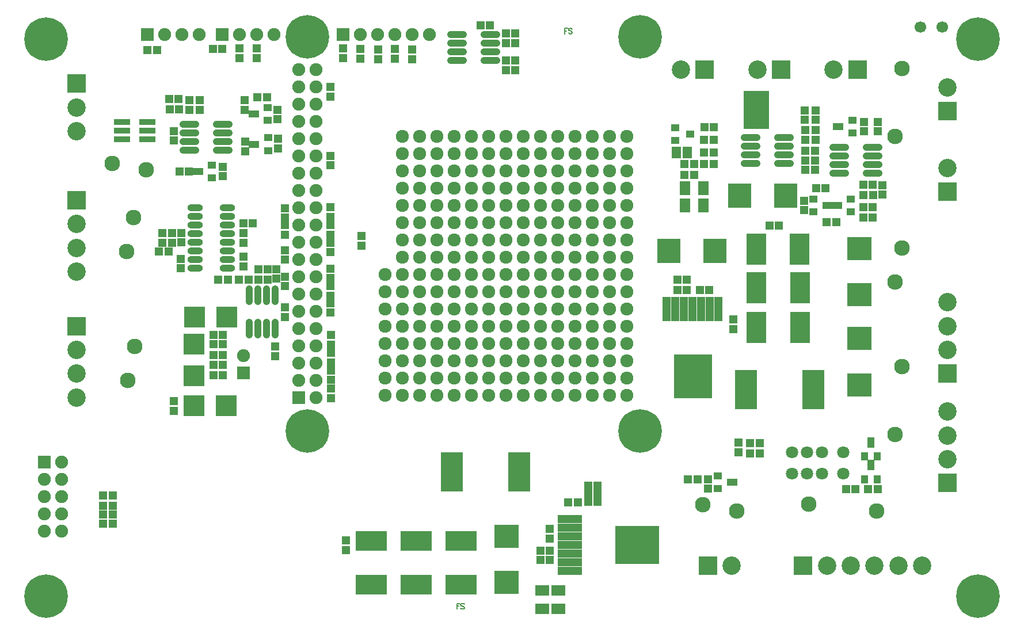
<source format=gts>
G04*
G04 #@! TF.GenerationSoftware,Altium Limited,Altium Designer,19.1.7 (138)*
G04*
G04 Layer_Color=8388736*
%FSLAX44Y44*%
%MOMM*%
G71*
G01*
G75*
%ADD14C,0.2000*%
%ADD19R,6.4000X5.6000*%
%ADD20R,5.6000X6.4000*%
%ADD45R,1.3000X1.2000*%
%ADD46R,1.2000X1.3000*%
%ADD47O,2.9000X1.1000*%
%ADD48R,3.0162X3.1432*%
%ADD49R,3.3000X5.8000*%
%ADD50R,3.6000X3.4000*%
%ADD51R,2.1000X1.5000*%
%ADD52R,3.6000X1.3000*%
%ADD53R,1.0500X1.3000*%
%ADD54R,1.0500X1.5000*%
%ADD55R,3.4000X3.6000*%
%ADD56R,3.0000X4.6000*%
%ADD57R,1.3000X1.0500*%
%ADD58R,1.5000X1.0500*%
%ADD59R,1.5000X2.1000*%
%ADD60R,1.4000X1.7000*%
%ADD61R,1.2500X1.0000*%
%ADD62R,1.9500X5.6000*%
%ADD63R,1.3000X3.6000*%
%ADD64R,4.6000X3.0000*%
%ADD65O,1.1000X2.9000*%
%ADD66O,2.3000X1.0000*%
%ADD67R,3.1432X3.0162*%
%ADD68R,2.4000X0.9300*%
%ADD69C,1.9000*%
%ADD70R,1.9000X1.9000*%
%ADD71C,2.3000*%
%ADD72C,1.9240*%
%ADD73C,2.7000*%
%ADD74R,2.7000X2.7000*%
%ADD75R,2.7000X2.7000*%
%ADD76C,1.8000*%
%ADD77C,1.7000*%
%ADD78C,6.4000*%
%ADD79R,1.9000X1.9000*%
D14*
X797560Y870328D02*
Y862330D01*
Y870328D02*
X802511D01*
X797560Y866520D02*
X800607D01*
X808758Y869186D02*
X807996Y869947D01*
X806853Y870328D01*
X805330D01*
X804187Y869947D01*
X803425Y869186D01*
Y868424D01*
X803806Y867662D01*
X804187Y867281D01*
X804949Y866900D01*
X807234Y866139D01*
X807996Y865758D01*
X808377Y865377D01*
X808758Y864615D01*
Y863473D01*
X807996Y862711D01*
X806853Y862330D01*
X805330D01*
X804187Y862711D01*
X803425Y863473D01*
X639000Y23998D02*
Y16000D01*
Y23998D02*
X643951D01*
X639000Y20190D02*
X642047D01*
X650198Y22856D02*
X649436Y23617D01*
X648293Y23998D01*
X646770D01*
X645627Y23617D01*
X644865Y22856D01*
Y22094D01*
X645246Y21332D01*
X645627Y20951D01*
X646389Y20570D01*
X648674Y19809D01*
X649436Y19428D01*
X649817Y19047D01*
X650198Y18285D01*
Y17143D01*
X649436Y16381D01*
X648293Y16000D01*
X646770D01*
X645627Y16381D01*
X644865Y17143D01*
D19*
X904000Y110100D02*
D03*
D20*
X986107Y358500D02*
D03*
D45*
X711700Y863048D02*
D03*
Y849048D02*
D03*
X724700Y823048D02*
D03*
Y809048D02*
D03*
X711700Y823048D02*
D03*
Y809048D02*
D03*
X724700Y849052D02*
D03*
Y863052D02*
D03*
X499000Y551002D02*
D03*
Y565002D02*
D03*
X454250Y340498D02*
D03*
Y326498D02*
D03*
X776000Y101998D02*
D03*
Y87998D02*
D03*
X476000Y103002D02*
D03*
Y117002D02*
D03*
X762000Y101998D02*
D03*
Y87998D02*
D03*
X776000Y133998D02*
D03*
Y119998D02*
D03*
X1046000Y442002D02*
D03*
Y428002D02*
D03*
X1151000Y750002D02*
D03*
Y736002D02*
D03*
X1053000Y246998D02*
D03*
Y260998D02*
D03*
X1265008Y625773D02*
D03*
Y639773D02*
D03*
X1151301Y676299D02*
D03*
Y690299D02*
D03*
X1166301Y676299D02*
D03*
Y690299D02*
D03*
X1150252Y602999D02*
D03*
Y616999D02*
D03*
X1167125Y750002D02*
D03*
Y736002D02*
D03*
X1167125Y706498D02*
D03*
Y720498D02*
D03*
X1151301Y720502D02*
D03*
Y706502D02*
D03*
X1258000Y718999D02*
D03*
Y732999D02*
D03*
X1008500Y207002D02*
D03*
Y193002D02*
D03*
X1238000Y718999D02*
D03*
Y732999D02*
D03*
X223000Y307999D02*
D03*
Y321999D02*
D03*
X206000Y554998D02*
D03*
Y568998D02*
D03*
X233500Y555398D02*
D03*
Y569398D02*
D03*
X327000Y750800D02*
D03*
Y764800D02*
D03*
X375500Y736600D02*
D03*
Y750600D02*
D03*
X260500Y764502D02*
D03*
Y750502D02*
D03*
X328000Y703552D02*
D03*
Y689552D02*
D03*
X294500Y652999D02*
D03*
Y666998D02*
D03*
X233000Y517400D02*
D03*
Y531400D02*
D03*
X325500Y554997D02*
D03*
Y568997D02*
D03*
X325500Y534502D02*
D03*
Y520502D02*
D03*
X472000Y841002D02*
D03*
Y827002D02*
D03*
X245300Y750498D02*
D03*
Y764498D02*
D03*
X223000Y719502D02*
D03*
Y705502D02*
D03*
X454250Y405002D02*
D03*
Y419002D02*
D03*
X453000Y682998D02*
D03*
Y668998D02*
D03*
X454250Y353002D02*
D03*
Y367002D02*
D03*
X386000Y530002D02*
D03*
Y544002D02*
D03*
X372000Y388098D02*
D03*
Y402098D02*
D03*
X376000Y707998D02*
D03*
Y693998D02*
D03*
X454250Y379002D02*
D03*
Y393002D02*
D03*
X386000Y446002D02*
D03*
Y460002D02*
D03*
X453000Y452052D02*
D03*
Y466052D02*
D03*
X319000Y827002D02*
D03*
Y841002D02*
D03*
X497150Y826000D02*
D03*
Y840000D02*
D03*
X523000Y825002D02*
D03*
Y839002D02*
D03*
X547800Y826002D02*
D03*
Y840002D02*
D03*
X573200Y825002D02*
D03*
Y839002D02*
D03*
X453000Y580998D02*
D03*
Y566998D02*
D03*
Y555000D02*
D03*
Y541000D02*
D03*
Y606998D02*
D03*
Y592998D02*
D03*
X386051Y605998D02*
D03*
Y591998D02*
D03*
X453000Y503000D02*
D03*
Y517000D02*
D03*
X386500Y504998D02*
D03*
Y490998D02*
D03*
X453000Y783998D02*
D03*
Y769998D02*
D03*
X386000Y580998D02*
D03*
Y566998D02*
D03*
X453000Y477002D02*
D03*
Y491002D02*
D03*
X220000Y555002D02*
D03*
Y569002D02*
D03*
X373897Y515998D02*
D03*
Y501998D02*
D03*
X344702Y827002D02*
D03*
Y841002D02*
D03*
D46*
X673702Y875050D02*
D03*
X687702D02*
D03*
X338998Y583250D02*
D03*
X324998D02*
D03*
X280998Y375000D02*
D03*
X294998D02*
D03*
X816998Y173000D02*
D03*
X802998D02*
D03*
X831998Y197500D02*
D03*
X845998D02*
D03*
X831998Y185500D02*
D03*
X845998D02*
D03*
X846002Y173500D02*
D03*
X832002D02*
D03*
X1113001Y580000D02*
D03*
X1099001D02*
D03*
X1236998Y640000D02*
D03*
X1250998D02*
D03*
X988002Y670950D02*
D03*
X974002D02*
D03*
X1070500Y260400D02*
D03*
X1084500D02*
D03*
X1070500Y245000D02*
D03*
X1084500D02*
D03*
X996250Y485487D02*
D03*
X1010250D02*
D03*
X1237498Y625000D02*
D03*
X1251498D02*
D03*
X963298Y500488D02*
D03*
X977298D02*
D03*
X963298Y485488D02*
D03*
X977298D02*
D03*
X1151748Y662000D02*
D03*
X1165748D02*
D03*
X1182998Y585500D02*
D03*
X1196998D02*
D03*
X1167569Y635000D02*
D03*
X1181569D02*
D03*
X1237040Y592000D02*
D03*
X1251040D02*
D03*
X1016960Y688001D02*
D03*
X1002960D02*
D03*
X1016960Y706001D02*
D03*
X1002960D02*
D03*
X1237040Y607500D02*
D03*
X1251040D02*
D03*
X1017252Y725000D02*
D03*
X1003252D02*
D03*
X1017001Y671000D02*
D03*
X1003001D02*
D03*
X988002Y655000D02*
D03*
X974002D02*
D03*
X993001Y207000D02*
D03*
X979001D02*
D03*
X1225501Y192500D02*
D03*
X1211502D02*
D03*
X1243998Y192500D02*
D03*
X1257998D02*
D03*
X280998Y419000D02*
D03*
X294998D02*
D03*
X346998Y516000D02*
D03*
X360998D02*
D03*
X280998Y405995D02*
D03*
X294998D02*
D03*
X346998Y501000D02*
D03*
X360998D02*
D03*
X280998Y360000D02*
D03*
X294998D02*
D03*
X280998Y390000D02*
D03*
X294998D02*
D03*
X345998Y768750D02*
D03*
X359998D02*
D03*
X215998Y766302D02*
D03*
X229998D02*
D03*
X216498Y751250D02*
D03*
X230498D02*
D03*
X332502Y501000D02*
D03*
X318502D02*
D03*
X230998Y660000D02*
D03*
X244998D02*
D03*
X288001Y501000D02*
D03*
X302001D02*
D03*
X184000Y838200D02*
D03*
X198000D02*
D03*
X214998Y542500D02*
D03*
X200998D02*
D03*
X132998Y168000D02*
D03*
X118998D02*
D03*
X132998Y183000D02*
D03*
X118998D02*
D03*
X132998Y142000D02*
D03*
X118998D02*
D03*
X119002Y155000D02*
D03*
X133002D02*
D03*
X280002Y840000D02*
D03*
X294002D02*
D03*
D47*
X639200Y861100D02*
D03*
Y848400D02*
D03*
Y835700D02*
D03*
Y823000D02*
D03*
X688200Y861100D02*
D03*
Y848400D02*
D03*
Y835700D02*
D03*
Y823000D02*
D03*
X1120500Y671950D02*
D03*
Y684650D02*
D03*
Y697350D02*
D03*
Y710050D02*
D03*
X1071500Y671950D02*
D03*
Y684650D02*
D03*
Y697350D02*
D03*
Y710050D02*
D03*
X1201800Y695349D02*
D03*
Y682649D02*
D03*
Y669949D02*
D03*
Y657249D02*
D03*
X1250800Y695349D02*
D03*
Y682649D02*
D03*
Y669949D02*
D03*
Y657249D02*
D03*
X246000Y729050D02*
D03*
Y716350D02*
D03*
Y703650D02*
D03*
Y690950D02*
D03*
X295000Y729050D02*
D03*
Y716350D02*
D03*
Y703650D02*
D03*
Y690950D02*
D03*
D48*
X253505Y446000D02*
D03*
X300495D02*
D03*
X299495Y315000D02*
D03*
X252505D02*
D03*
D49*
X731000Y218000D02*
D03*
X632000D02*
D03*
X1163094Y339000D02*
D03*
X1064094D02*
D03*
D50*
X712000Y123000D02*
D03*
Y55000D02*
D03*
X1231000Y346000D02*
D03*
Y414000D02*
D03*
X1231340Y478500D02*
D03*
Y546500D02*
D03*
D51*
X765000Y43500D02*
D03*
Y16500D02*
D03*
X788000D02*
D03*
Y43500D02*
D03*
D52*
X805000Y148100D02*
D03*
Y135400D02*
D03*
Y122700D02*
D03*
Y110000D02*
D03*
Y97300D02*
D03*
Y84600D02*
D03*
Y71900D02*
D03*
D53*
X1238500Y240625D02*
D03*
X1257500D02*
D03*
X1257500Y207125D02*
D03*
X1238500D02*
D03*
D54*
X1248000Y261375D02*
D03*
X1248000Y227875D02*
D03*
D55*
X951000Y543000D02*
D03*
X1019000D02*
D03*
X1055000Y624373D02*
D03*
X1123000D02*
D03*
D56*
X1080000Y430000D02*
D03*
X1144000D02*
D03*
X1079499Y545751D02*
D03*
X1143500D02*
D03*
X1080000Y488500D02*
D03*
X1144000D02*
D03*
D57*
X1220875Y716500D02*
D03*
Y735500D02*
D03*
X1163875Y600500D02*
D03*
Y619500D02*
D03*
X1218875Y619500D02*
D03*
Y600500D02*
D03*
X1023125Y193000D02*
D03*
Y212000D02*
D03*
X360875Y754101D02*
D03*
Y735100D02*
D03*
X278873Y669500D02*
D03*
Y650500D02*
D03*
X361373Y709500D02*
D03*
Y690500D02*
D03*
D58*
X1200125Y726000D02*
D03*
X1184625Y610000D02*
D03*
X1198125Y610000D02*
D03*
X1043875Y202500D02*
D03*
X340125Y744601D02*
D03*
X258123Y660000D02*
D03*
X340623Y700000D02*
D03*
D59*
X1002000Y610000D02*
D03*
X975000D02*
D03*
X1002000Y635000D02*
D03*
X975000D02*
D03*
D60*
X977750Y688001D02*
D03*
X961750D02*
D03*
D61*
X982150Y715000D02*
D03*
X960650Y705500D02*
D03*
Y724500D02*
D03*
D62*
X1070575Y750502D02*
D03*
X1089075D02*
D03*
D63*
X1024100Y457500D02*
D03*
X1011400D02*
D03*
X998700D02*
D03*
X986000D02*
D03*
X973300D02*
D03*
X960600D02*
D03*
X947900D02*
D03*
D64*
X513004Y52001D02*
D03*
Y116001D02*
D03*
X579004Y52001D02*
D03*
Y116001D02*
D03*
X645004Y52001D02*
D03*
Y116001D02*
D03*
D65*
X372050Y477500D02*
D03*
X359350D02*
D03*
X346650D02*
D03*
X333950D02*
D03*
X372050Y428500D02*
D03*
X359350D02*
D03*
X346650D02*
D03*
X333950D02*
D03*
D66*
X301500Y517452D02*
D03*
Y530152D02*
D03*
Y542852D02*
D03*
Y555552D02*
D03*
Y568252D02*
D03*
Y580952D02*
D03*
Y593652D02*
D03*
Y606352D02*
D03*
X254500Y517452D02*
D03*
Y530152D02*
D03*
Y542852D02*
D03*
Y555552D02*
D03*
Y568252D02*
D03*
Y580952D02*
D03*
Y593652D02*
D03*
Y606352D02*
D03*
D67*
X252250Y405995D02*
D03*
Y359005D02*
D03*
D68*
X183600Y732700D02*
D03*
Y720000D02*
D03*
Y707300D02*
D03*
X146400D02*
D03*
Y720000D02*
D03*
Y732700D02*
D03*
D69*
X406300Y809300D02*
D03*
Y783900D02*
D03*
Y758500D02*
D03*
Y733100D02*
D03*
Y707700D02*
D03*
Y682300D02*
D03*
Y656900D02*
D03*
Y631500D02*
D03*
Y606100D02*
D03*
Y580700D02*
D03*
Y555300D02*
D03*
Y529900D02*
D03*
X431700Y809300D02*
D03*
Y783900D02*
D03*
Y758500D02*
D03*
Y733100D02*
D03*
Y707700D02*
D03*
Y682300D02*
D03*
Y656900D02*
D03*
Y631500D02*
D03*
Y606100D02*
D03*
Y580700D02*
D03*
Y555300D02*
D03*
Y529900D02*
D03*
Y326700D02*
D03*
X406300Y352100D02*
D03*
X431700D02*
D03*
X406300Y377500D02*
D03*
X431700D02*
D03*
X406300Y402900D02*
D03*
X431700D02*
D03*
X406300Y428300D02*
D03*
X431700D02*
D03*
X406300Y453700D02*
D03*
X431700D02*
D03*
X406300Y479100D02*
D03*
X431700D02*
D03*
Y504500D02*
D03*
X406300D02*
D03*
X598750Y861504D02*
D03*
X573350D02*
D03*
X547950D02*
D03*
X522550D02*
D03*
X497150D02*
D03*
X209498Y861000D02*
D03*
X234898D02*
D03*
X260298D02*
D03*
X325500Y388700D02*
D03*
X58000Y232600D02*
D03*
X32600Y207200D02*
D03*
X58000D02*
D03*
X32600Y181800D02*
D03*
X58000D02*
D03*
X32600Y156400D02*
D03*
X58000D02*
D03*
X32600Y131000D02*
D03*
X58000D02*
D03*
X370102Y861000D02*
D03*
X344702D02*
D03*
X319302D02*
D03*
D70*
X406300Y326700D02*
D03*
X325500Y363300D02*
D03*
X32600Y232600D02*
D03*
D71*
X163500Y592500D02*
D03*
X153500Y542500D02*
D03*
X1283499Y272800D02*
D03*
X1293499Y372800D02*
D03*
X1001000Y170000D02*
D03*
X1051000Y160000D02*
D03*
X1293500Y811398D02*
D03*
X1283500Y711398D02*
D03*
X1283500Y497500D02*
D03*
X1293500Y547500D02*
D03*
X1156419Y170500D02*
D03*
X1256419Y160500D02*
D03*
X155000Y352500D02*
D03*
X165000Y402500D02*
D03*
X182000Y662000D02*
D03*
X132000Y672000D02*
D03*
D72*
X533400Y330200D02*
D03*
Y355600D02*
D03*
Y406400D02*
D03*
Y508000D02*
D03*
Y482600D02*
D03*
Y457200D02*
D03*
Y431800D02*
D03*
Y381000D02*
D03*
X558800Y635000D02*
D03*
X584200D02*
D03*
X609600D02*
D03*
X635000D02*
D03*
X736600D02*
D03*
X711200D02*
D03*
X685800D02*
D03*
X660400D02*
D03*
X838200D02*
D03*
X812800D02*
D03*
X787400D02*
D03*
X762000D02*
D03*
X863600D02*
D03*
X889000D02*
D03*
Y660400D02*
D03*
X863600D02*
D03*
X762000D02*
D03*
X787400D02*
D03*
X812800D02*
D03*
X838200D02*
D03*
X660400D02*
D03*
X685800D02*
D03*
X711200D02*
D03*
X736600D02*
D03*
X635000D02*
D03*
X609600D02*
D03*
X584200D02*
D03*
X558800D02*
D03*
X889000Y685800D02*
D03*
X863600D02*
D03*
X762000D02*
D03*
X787400D02*
D03*
X812800D02*
D03*
X838200D02*
D03*
X660400D02*
D03*
X685800D02*
D03*
X711200D02*
D03*
X736600D02*
D03*
X635000D02*
D03*
X609600D02*
D03*
X584200D02*
D03*
X558800D02*
D03*
X889000Y711200D02*
D03*
X863600D02*
D03*
X762000D02*
D03*
X787400D02*
D03*
X812800D02*
D03*
X838200D02*
D03*
X660400D02*
D03*
X685800D02*
D03*
X711200D02*
D03*
X736600D02*
D03*
X635000D02*
D03*
X609600D02*
D03*
X584200D02*
D03*
X558800D02*
D03*
Y533400D02*
D03*
X584200D02*
D03*
X609600D02*
D03*
X635000D02*
D03*
X736600D02*
D03*
X711200D02*
D03*
X685800D02*
D03*
X660400D02*
D03*
X838200D02*
D03*
X812800D02*
D03*
X787400D02*
D03*
X762000D02*
D03*
X863600D02*
D03*
X889000D02*
D03*
Y558800D02*
D03*
X863600D02*
D03*
X762000D02*
D03*
X787400D02*
D03*
X812800D02*
D03*
X838200D02*
D03*
X660400D02*
D03*
X685800D02*
D03*
X711200D02*
D03*
X736600D02*
D03*
X635000D02*
D03*
X609600D02*
D03*
X584200D02*
D03*
X558800D02*
D03*
X889000Y584200D02*
D03*
X863600D02*
D03*
X762000D02*
D03*
X787400D02*
D03*
X812800D02*
D03*
X838200D02*
D03*
X660400D02*
D03*
X685800D02*
D03*
X711200D02*
D03*
X736600D02*
D03*
X635000D02*
D03*
X609600D02*
D03*
X584200D02*
D03*
X558800D02*
D03*
X889000Y609600D02*
D03*
X863600D02*
D03*
X762000D02*
D03*
X787400D02*
D03*
X812800D02*
D03*
X838200D02*
D03*
X660400D02*
D03*
X685800D02*
D03*
X711200D02*
D03*
X736600D02*
D03*
X635000D02*
D03*
X609600D02*
D03*
X584200D02*
D03*
X558800D02*
D03*
Y431800D02*
D03*
X584200D02*
D03*
X609600D02*
D03*
X635000D02*
D03*
X736600D02*
D03*
X711200D02*
D03*
X685800D02*
D03*
X660400D02*
D03*
X838200D02*
D03*
X812800D02*
D03*
X787400D02*
D03*
X762000D02*
D03*
X863600D02*
D03*
X889000D02*
D03*
Y457200D02*
D03*
X863600D02*
D03*
X762000D02*
D03*
X787400D02*
D03*
X812800D02*
D03*
X838200D02*
D03*
X660400D02*
D03*
X685800D02*
D03*
X711200D02*
D03*
X736600D02*
D03*
X635000D02*
D03*
X609600D02*
D03*
X584200D02*
D03*
X558800D02*
D03*
X889000Y482600D02*
D03*
X863600D02*
D03*
X762000D02*
D03*
X787400D02*
D03*
X812800D02*
D03*
X838200D02*
D03*
X660400D02*
D03*
X685800D02*
D03*
X711200D02*
D03*
X736600D02*
D03*
X635000D02*
D03*
X609600D02*
D03*
X584200D02*
D03*
X558800D02*
D03*
X889000Y508000D02*
D03*
X863600D02*
D03*
X762000D02*
D03*
X787400D02*
D03*
X812800D02*
D03*
X838200D02*
D03*
X660400D02*
D03*
X685800D02*
D03*
X711200D02*
D03*
X736600D02*
D03*
X635000D02*
D03*
X609600D02*
D03*
X584200D02*
D03*
X558800D02*
D03*
Y406400D02*
D03*
X584200D02*
D03*
X609600D02*
D03*
X635000D02*
D03*
X736600D02*
D03*
X711200D02*
D03*
X685800D02*
D03*
X660400D02*
D03*
X838200D02*
D03*
X812800D02*
D03*
X787400D02*
D03*
X762000D02*
D03*
X863600D02*
D03*
X889000D02*
D03*
X558800Y381000D02*
D03*
X584200D02*
D03*
X609600D02*
D03*
X635000D02*
D03*
X736600D02*
D03*
X711200D02*
D03*
X685800D02*
D03*
X660400D02*
D03*
X838200D02*
D03*
X812800D02*
D03*
X787400D02*
D03*
X762000D02*
D03*
X863600D02*
D03*
X889000D02*
D03*
X558800Y355600D02*
D03*
X584200D02*
D03*
X609600D02*
D03*
X635000D02*
D03*
X736600D02*
D03*
X711200D02*
D03*
X685800D02*
D03*
X660400D02*
D03*
X838200D02*
D03*
X812800D02*
D03*
X787400D02*
D03*
X762000D02*
D03*
X863600D02*
D03*
X889000D02*
D03*
Y330200D02*
D03*
X863600D02*
D03*
X762000D02*
D03*
X787400D02*
D03*
X812800D02*
D03*
X838200D02*
D03*
X660400D02*
D03*
X685800D02*
D03*
X711200D02*
D03*
X736600D02*
D03*
X635000D02*
D03*
X609600D02*
D03*
X584200D02*
D03*
X558800D02*
D03*
D73*
X968500Y810000D02*
D03*
X1081000Y810000D02*
D03*
X1043500Y80000D02*
D03*
X1193500Y810000D02*
D03*
X1361000Y783802D02*
D03*
X1361000Y665000D02*
D03*
X1361000Y306600D02*
D03*
Y271601D02*
D03*
Y236600D02*
D03*
X1253499Y80000D02*
D03*
X1218500D02*
D03*
X1183499D02*
D03*
X1288500D02*
D03*
X1323500D02*
D03*
X1361000Y397499D02*
D03*
Y432500D02*
D03*
Y467499D02*
D03*
X79750Y512501D02*
D03*
Y547500D02*
D03*
Y582501D02*
D03*
X80000Y397501D02*
D03*
Y362500D02*
D03*
Y327501D02*
D03*
X80000Y754102D02*
D03*
Y719103D02*
D03*
D74*
X1003500Y810000D02*
D03*
X1116000Y810000D02*
D03*
X1008500Y80000D02*
D03*
X1228500Y810000D02*
D03*
X1148500Y80000D02*
D03*
D75*
X1361000Y748802D02*
D03*
X1361000Y630000D02*
D03*
X1361000Y201601D02*
D03*
Y362501D02*
D03*
X79750Y617499D02*
D03*
X80000Y432500D02*
D03*
X80000Y789103D02*
D03*
D76*
X1207848Y247026D02*
D03*
X1175848D02*
D03*
X1153848D02*
D03*
X1131848D02*
D03*
Y215025D02*
D03*
X1153848D02*
D03*
X1175848D02*
D03*
X1207848D02*
D03*
D77*
X1321000Y872500D02*
D03*
X1353500Y872500D02*
D03*
D78*
X1406000Y35000D02*
D03*
Y855000D02*
D03*
X909000Y858000D02*
D03*
X419000D02*
D03*
X909000Y278000D02*
D03*
X419000D02*
D03*
X35000Y35000D02*
D03*
Y855000D02*
D03*
D79*
X471750Y861504D02*
D03*
X184098Y861000D02*
D03*
X293902D02*
D03*
M02*

</source>
